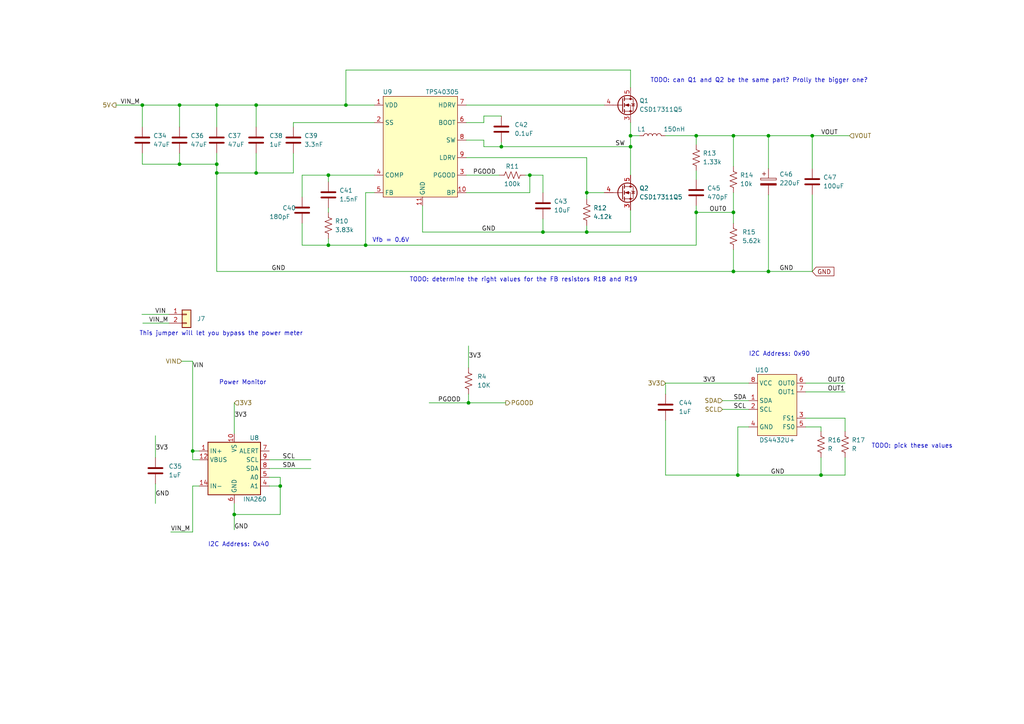
<source format=kicad_sch>
(kicad_sch (version 20211123) (generator eeschema)
  (paper "A4")
  (lib_symbols
    (symbol "Connector_Generic:Conn_01x02" (pin_names (offset 1.016) hide)
      (property "Reference" "J" (at 0 2.54 0))
      (property "Value" "Conn_01x02" (at 0 -5.08 0))
      (symbol "Conn_01x02_1_1"
        (rectangle (start -1.27 -2.413) (end 0 -2.667) (stroke (width 0.1524)))
        (rectangle (start -1.27 0.127) (end 0 -0.127) (stroke (width 0.1524)))
        (rectangle (start -1.27 1.27) (end 1.27 -3.81) (stroke (width 0.254)) (fill (type background)))
        (pin passive line (at -5.08 0 0) (length 3.81) (name "Pin_1") (number "1"))
        (pin passive line (at -5.08 -2.54 0) (length 3.81) (name "Pin_2") (number "2"))
      )
    )
    (symbol "Device:C" (pin_numbers hide) (pin_names (offset 0.254))
      (property "Reference" "C" (at 0.635 2.54 0))
      (property "Value" "C" (at 0.635 -2.54 0))
      (symbol "C_0_1"
        (polyline (pts (xy -2.032 -0.762) (xy 2.032 -0.762)) (stroke (width 0.508)))
        (polyline (pts (xy -2.032 0.762) (xy 2.032 0.762)) (stroke (width 0.508)))
      )
      (symbol "C_1_1"
        (pin passive line (at 0 3.81 270) (length 2.794) (name "~") (number "1"))
        (pin passive line (at 0 -3.81 90) (length 2.794) (name "~") (number "2"))
      )
    )
    (symbol "Device:C_Polarized" (pin_numbers hide) (pin_names (offset 0.254))
      (property "Reference" "C" (at 0.635 2.54 0))
      (property "Value" "C_Polarized" (at 0.635 -2.54 0))
      (symbol "C_Polarized_0_1"
        (rectangle (start -2.286 0.508) (end 2.286 1.016))
        (polyline (pts (xy -1.778 2.286) (xy -0.762 2.286)))
        (polyline (pts (xy -1.27 2.794) (xy -1.27 1.778)))
        (rectangle (start 2.286 -0.508) (end -2.286 -1.016) (fill (type outline)))
      )
      (symbol "C_Polarized_1_1"
        (pin passive line (at 0 3.81 270) (length 2.794) (name "~") (number "1"))
        (pin passive line (at 0 -3.81 90) (length 2.794) (name "~") (number "2"))
      )
    )
    (symbol "Device:L" (pin_numbers hide) (pin_names (offset 1.016) hide)
      (property "Reference" "L" (at -1.27 0 90))
      (property "Value" "L" (at 1.905 0 90))
      (symbol "L_0_1"
        (arc (start 0 -2.54) (mid 0.635 -1.905) (end 0 -1.27))
        (arc (start 0 -1.27) (mid 0.635 -0.635) (end 0 0))
        (arc (start 0 0) (mid 0.635 0.635) (end 0 1.27))
        (arc (start 0 1.27) (mid 0.635 1.905) (end 0 2.54))
      )
      (symbol "L_1_1"
        (pin passive line (at 0 3.81 270) (length 1.27) (name "1") (number "1"))
        (pin passive line (at 0 -3.81 90) (length 1.27) (name "2") (number "2"))
      )
    )
    (symbol "Device:R_US" (pin_numbers hide) (pin_names (offset 0))
      (property "Reference" "R" (at 2.54 0 90))
      (property "Value" "R_US" (at -2.54 0 90))
      (symbol "R_US_0_1"
        (polyline (pts (xy 0 -2.286) (xy 0 -2.54)))
        (polyline (pts (xy 0 2.286) (xy 0 2.54)))
        (polyline (pts (xy 0 -0.762) (xy 1.016 -1.143) (xy 0 -1.524) (xy -1.016 -1.905) (xy 0 -2.286)))
        (polyline (pts (xy 0 0.762) (xy 1.016 0.381) (xy 0 0) (xy -1.016 -0.381) (xy 0 -0.762)))
        (polyline (pts (xy 0 2.286) (xy 1.016 1.905) (xy 0 1.524) (xy -1.016 1.143) (xy 0 0.762)))
      )
      (symbol "R_US_1_1"
        (pin passive line (at 0 3.81 270) (length 1.27) (name "~") (number "1"))
        (pin passive line (at 0 -3.81 90) (length 1.27) (name "~") (number "2"))
      )
    )
    (symbol "Q_NMOS_CSD17311Q5_1" (pin_names (offset 0) hide)
      (property "Reference" "Q" (at 5.08 1.27 0))
      (property "Value" "Q_NMOS_CSD17311Q5_1" (at 5.08 -1.27 0))
      (symbol "Q_NMOS_CSD17311Q5_1_0_1"
        (polyline (pts (xy 0.254 0) (xy -2.54 0)))
        (polyline (pts (xy 0.254 1.905) (xy 0.254 -1.905)) (stroke (width 0.254)))
        (polyline (pts (xy 0.762 -1.27) (xy 0.762 -2.286)) (stroke (width 0.254)))
        (polyline (pts (xy 0.762 0.508) (xy 0.762 -0.508)) (stroke (width 0.254)))
        (polyline (pts (xy 0.762 2.286) (xy 0.762 1.27)) (stroke (width 0.254)))
        (polyline (pts (xy 2.54 2.54) (xy 2.54 1.778)))
        (polyline (pts (xy 2.54 -2.54) (xy 2.54 0) (xy 0.762 0)))
        (polyline (pts (xy 0.762 -1.778) (xy 3.302 -1.778) (xy 3.302 1.778) (xy 0.762 1.778)))
        (polyline (pts (xy 1.016 0) (xy 2.032 0.381) (xy 2.032 -0.381) (xy 1.016 0)) (fill (type outline)))
        (polyline (pts (xy 2.794 0.508) (xy 2.921 0.381) (xy 3.683 0.381) (xy 3.81 0.254)))
        (polyline (pts (xy 3.302 0.381) (xy 2.921 -0.254) (xy 3.683 -0.254) (xy 3.302 0.381)))
        (circle (center 1.651 0) (radius 2.794) (stroke (width 0.254)))
        (circle (center 2.54 -1.778) (radius 0.254) (fill (type outline)))
        (circle (center 2.54 1.778) (radius 0.254) (fill (type outline)))
      )
      (symbol "Q_NMOS_CSD17311Q5_1_1_1"
        (pin passive line (at 2.54 -5.08 90) (length 2.54) hide (name "") (number "1"))
        (pin passive line (at 2.54 -5.08 90) (length 2.54) hide (name "") (number "2"))
        (pin passive line (at 2.54 -5.08 90) (length 2.54) (name "S") (number "3"))
        (pin input line (at -5.08 0 0) (length 2.54) (name "G") (number "4"))
        (pin passive line (at 2.54 5.08 270) (length 2.54) (name "D") (number "5"))
      )
    )
    (symbol "Sensor:INA260"
      (property "Reference" "U" (at -6.35 8.89 0))
      (property "Value" "INA260" (at 2.54 8.89 0))
      (symbol "INA260_0_1"
        (rectangle (start -7.62 7.62) (end 7.62 -7.62) (stroke (width 0.254)) (fill (type background)))
      )
      (symbol "INA260_1_1"
        (pin passive line (at -10.16 5.08 0) (length 2.54) (name "IN+") (number "1"))
        (pin power_in line (at 0 10.16 270) (length 2.54) (name "VS") (number "10"))
        (pin passive line (at 0 -10.16 90) (length 2.54) hide (name "GND") (number "11"))
        (pin passive line (at -10.16 2.54 0) (length 2.54) (name "VBUS") (number "12"))
        (pin no_connect line (at 2.54 -7.62 90) (length 2.54) hide (name "NC") (number "13"))
        (pin passive line (at -10.16 -5.08 0) (length 2.54) (name "IN-") (number "14"))
        (pin passive line (at -10.16 -5.08 0) (length 2.54) hide (name "IN-") (number "15"))
        (pin passive line (at -10.16 -5.08 0) (length 2.54) hide (name "IN-") (number "16"))
        (pin passive line (at -10.16 5.08 0) (length 2.54) hide (name "IN+") (number "2"))
        (pin passive line (at -10.16 5.08 0) (length 2.54) hide (name "IN+") (number "3"))
        (pin input line (at 10.16 -5.08 180) (length 2.54) (name "A1") (number "4"))
        (pin input line (at 10.16 -2.54 180) (length 2.54) (name "A0") (number "5"))
        (pin power_in line (at 0 -10.16 90) (length 2.54) (name "GND") (number "6"))
        (pin open_collector line (at 10.16 5.08 180) (length 2.54) (name "ALERT") (number "7"))
        (pin bidirectional line (at 10.16 0 180) (length 2.54) (name "SDA") (number "8"))
        (pin input line (at 10.16 2.54 180) (length 2.54) (name "SCL") (number "9"))
      )
    )
    (symbol "TPS40305:DS4432U+"
      (property "Reference" "U" (at 3.81 10.16 0))
      (property "Value" "DS4432U+" (at -1.27 -10.16 0))
      (symbol "DS4432U+_0_1"
        (rectangle (start -6.35 8.89) (end 5.08 -8.89) (stroke (width 0.1524)) (fill (type background)))
      )
      (symbol "DS4432U+_1_1"
        (pin input line (at -8.89 1.27 0) (length 2.54) (name "SDA") (number "1"))
        (pin input line (at -8.89 -1.27 0) (length 2.54) (name "SCL") (number "2"))
        (pin input line (at 7.62 -3.81 180) (length 2.54) (name "FS1") (number "3"))
        (pin power_in line (at -8.89 -6.35 0) (length 2.54) (name "GND") (number "4"))
        (pin input line (at 7.62 -6.35 180) (length 2.54) (name "FS0") (number "5"))
        (pin output line (at 7.62 6.35 180) (length 2.54) (name "OUT0") (number "6"))
        (pin output line (at 7.62 3.81 180) (length 2.54) (name "OUT1") (number "7"))
        (pin power_in line (at -8.89 6.35 0) (length 2.54) (name "VCC") (number "8"))
      )
    )
    (symbol "TPS40305:TPS40305"
      (property "Reference" "U" (at 10.16 16.51 0))
      (property "Value" "TPS40305" (at -7.62 16.51 0))
      (symbol "TPS40305_0_1"
        (rectangle (start -11.43 15.24) (end 10.16 -13.97) (stroke (width 0.1524)) (fill (type background)))
      )
      (symbol "TPS40305_1_1"
        (pin input line (at -13.97 12.7 0) (length 2.54) (name "VDD") (number "1"))
        (pin input line (at 12.7 -12.7 180) (length 2.54) (name "BP") (number "10"))
        (pin input line (at 0 -16.51 90) (length 2.54) (name "GND") (number "11"))
        (pin input line (at -13.97 7.62 0) (length 2.54) (name "SS") (number "2"))
        (pin input line (at 12.7 -7.62 180) (length 2.54) (name "PGOOD") (number "3"))
        (pin input line (at -13.97 -7.62 0) (length 2.54) (name "COMP") (number "4"))
        (pin input line (at -13.97 -12.7 0) (length 2.54) (name "FB") (number "5"))
        (pin input line (at 12.7 7.62 180) (length 2.54) (name "BOOT") (number "6"))
        (pin input line (at 12.7 12.7 180) (length 2.54) (name "HDRV") (number "7"))
        (pin input line (at 12.7 2.54 180) (length 2.54) (name "SW") (number "8"))
        (pin input line (at 12.7 -2.54 180) (length 2.54) (name "LDRV") (number "9"))
      )
    )
  )
  (junction (at 135.89 116.84))
  (junction (at 62.865 50.165))
  (junction (at 201.93 61.595))
  (junction (at 62.865 47.625))
  (junction (at 238.125 137.795))
  (junction (at 153.67 50.8))
  (junction (at 213.995 137.795))
  (junction (at 41.275 30.48))
  (junction (at 145.415 42.545))
  (junction (at 182.88 42.545))
  (junction (at 212.725 78.74))
  (junction (at 95.25 50.8))
  (junction (at 182.88 39.37))
  (junction (at 170.18 55.88))
  (junction (at 222.885 78.74))
  (junction (at 212.725 39.37))
  (junction (at 52.07 47.625))
  (junction (at 74.295 30.48))
  (junction (at 100.33 30.48))
  (junction (at 106.045 71.12))
  (junction (at 67.945 149.225))
  (junction (at 52.07 30.48))
  (junction (at 222.885 39.37))
  (junction (at 212.725 61.595))
  (junction (at 81.28 140.97))
  (junction (at 157.48 67.31))
  (junction (at 62.865 30.48))
  (junction (at 74.295 50.165))
  (junction (at 235.585 39.37))
  (junction (at 55.88 130.81))
  (junction (at 201.93 39.37))
  (junction (at 95.25 71.12))
  (junction (at 170.18 67.31))
  (wire (pts (xy 245.11 137.795) (xy 238.125 137.795)))
  (wire (pts (xy 235.585 39.37) (xy 222.885 39.37)))
  (wire (pts (xy 193.04 111.125) (xy 217.17 111.125)))
  (wire (pts (xy 157.48 63.5) (xy 157.48 67.31)))
  (wire (pts (xy 41.275 30.48) (xy 52.07 30.48)))
  (wire (pts (xy 108.585 50.8) (xy 95.25 50.8)))
  (wire (pts (xy 182.88 35.56) (xy 182.88 39.37)))
  (wire (pts (xy 235.585 48.895) (xy 235.585 39.37)))
  (wire (pts (xy 170.18 55.88) (xy 175.26 55.88)))
  (wire (pts (xy 67.945 116.84) (xy 67.945 125.73)))
  (wire (pts (xy 95.25 60.325) (xy 95.25 61.595)))
  (wire (pts (xy 74.295 44.45) (xy 74.295 50.165)))
  (wire (pts (xy 212.725 55.88) (xy 212.725 61.595)))
  (wire (pts (xy 170.18 45.72) (xy 170.18 55.88)))
  (wire (pts (xy 55.88 130.81) (xy 55.88 104.775)))
  (wire (pts (xy 52.07 44.45) (xy 52.07 47.625)))
  (wire (pts (xy 170.18 67.31) (xy 170.18 65.405)))
  (wire (pts (xy 233.68 113.665) (xy 245.11 113.665)))
  (wire (pts (xy 85.09 44.45) (xy 85.09 50.165)))
  (wire (pts (xy 245.11 132.715) (xy 245.11 137.795)))
  (wire (pts (xy 182.88 20.32) (xy 100.33 20.32)))
  (wire (pts (xy 193.04 114.3) (xy 193.04 111.125)))
  (wire (pts (xy 201.93 39.37) (xy 201.93 41.91)))
  (wire (pts (xy 57.785 133.35) (xy 55.88 133.35)))
  (wire (pts (xy 52.07 47.625) (xy 62.865 47.625)))
  (wire (pts (xy 235.585 39.37) (xy 246.38 39.37)))
  (wire (pts (xy 55.88 140.97) (xy 55.88 154.305)))
  (wire (pts (xy 124.46 116.84) (xy 135.89 116.84)))
  (wire (pts (xy 87.63 71.12) (xy 87.63 64.77)))
  (wire (pts (xy 87.63 50.8) (xy 87.63 57.15)))
  (wire (pts (xy 49.53 154.305) (xy 55.88 154.305)))
  (wire (pts (xy 209.55 116.205) (xy 217.17 116.205)))
  (wire (pts (xy 62.865 50.165) (xy 74.295 50.165)))
  (wire (pts (xy 78.105 138.43) (xy 81.28 138.43)))
  (wire (pts (xy 122.555 67.31) (xy 157.48 67.31)))
  (wire (pts (xy 81.28 149.225) (xy 67.945 149.225)))
  (wire (pts (xy 213.995 123.825) (xy 217.17 123.825)))
  (wire (pts (xy 62.865 78.74) (xy 212.725 78.74)))
  (wire (pts (xy 201.93 49.53) (xy 201.93 52.07)))
  (wire (pts (xy 57.785 130.81) (xy 55.88 130.81)))
  (wire (pts (xy 74.295 30.48) (xy 74.295 36.83)))
  (wire (pts (xy 95.25 69.215) (xy 95.25 71.12)))
  (wire (pts (xy 233.68 121.285) (xy 245.11 121.285)))
  (wire (pts (xy 212.725 72.39) (xy 212.725 78.74)))
  (wire (pts (xy 41.402 93.726) (xy 49.022 93.726)))
  (wire (pts (xy 157.48 67.31) (xy 170.18 67.31)))
  (wire (pts (xy 238.125 132.715) (xy 238.125 137.795)))
  (wire (pts (xy 153.67 55.88) (xy 153.67 50.8)))
  (wire (pts (xy 222.885 39.37) (xy 222.885 48.895)))
  (wire (pts (xy 212.725 61.595) (xy 212.725 64.77)))
  (wire (pts (xy 140.335 40.64) (xy 140.335 42.545)))
  (wire (pts (xy 182.88 60.96) (xy 182.88 67.31)))
  (wire (pts (xy 81.28 138.43) (xy 81.28 140.97)))
  (wire (pts (xy 135.255 45.72) (xy 170.18 45.72)))
  (wire (pts (xy 135.255 40.64) (xy 140.335 40.64)))
  (wire (pts (xy 41.275 47.625) (xy 52.07 47.625)))
  (wire (pts (xy 233.68 111.125) (xy 245.11 111.125)))
  (wire (pts (xy 135.255 55.88) (xy 153.67 55.88)))
  (wire (pts (xy 41.275 36.83) (xy 41.275 30.48)))
  (wire (pts (xy 222.885 56.515) (xy 222.885 78.74)))
  (wire (pts (xy 62.865 30.48) (xy 62.865 36.83)))
  (wire (pts (xy 152.4 50.8) (xy 153.67 50.8)))
  (wire (pts (xy 52.07 30.48) (xy 62.865 30.48)))
  (wire (pts (xy 213.995 137.795) (xy 213.995 123.825)))
  (wire (pts (xy 45.085 140.335) (xy 45.085 146.05)))
  (wire (pts (xy 140.335 42.545) (xy 145.415 42.545)))
  (wire (pts (xy 222.885 39.37) (xy 212.725 39.37)))
  (wire (pts (xy 100.33 20.32) (xy 100.33 30.48)))
  (wire (pts (xy 182.88 67.31) (xy 170.18 67.31)))
  (wire (pts (xy 67.945 149.225) (xy 67.945 153.67)))
  (wire (pts (xy 233.68 123.825) (xy 238.125 123.825)))
  (wire (pts (xy 135.89 116.84) (xy 146.685 116.84)))
  (wire (pts (xy 170.18 55.88) (xy 170.18 57.785)))
  (wire (pts (xy 182.88 42.545) (xy 182.88 50.8)))
  (wire (pts (xy 95.25 71.12) (xy 87.63 71.12)))
  (wire (pts (xy 62.865 30.48) (xy 74.295 30.48)))
  (wire (pts (xy 222.885 78.74) (xy 235.585 78.74)))
  (wire (pts (xy 193.04 137.795) (xy 213.995 137.795)))
  (wire (pts (xy 78.105 140.97) (xy 81.28 140.97)))
  (wire (pts (xy 67.945 146.05) (xy 67.945 149.225)))
  (wire (pts (xy 135.255 50.8) (xy 144.78 50.8)))
  (wire (pts (xy 106.045 71.12) (xy 95.25 71.12)))
  (wire (pts (xy 157.48 50.8) (xy 157.48 55.88)))
  (wire (pts (xy 52.07 30.48) (xy 52.07 36.83)))
  (wire (pts (xy 135.89 114.3) (xy 135.89 116.84)))
  (wire (pts (xy 62.865 47.625) (xy 62.865 50.165)))
  (wire (pts (xy 145.415 42.545) (xy 182.88 42.545)))
  (wire (pts (xy 182.88 25.4) (xy 182.88 20.32)))
  (wire (pts (xy 62.865 50.165) (xy 62.865 78.74)))
  (wire (pts (xy 245.11 121.285) (xy 245.11 125.095)))
  (wire (pts (xy 41.275 44.45) (xy 41.275 47.625)))
  (wire (pts (xy 62.865 44.45) (xy 62.865 47.625)))
  (wire (pts (xy 122.555 59.69) (xy 122.555 67.31)))
  (wire (pts (xy 212.725 78.74) (xy 222.885 78.74)))
  (wire (pts (xy 193.04 39.37) (xy 201.93 39.37)))
  (wire (pts (xy 209.55 118.745) (xy 217.17 118.745)))
  (wire (pts (xy 108.585 55.88) (xy 106.045 55.88)))
  (wire (pts (xy 108.585 35.56) (xy 85.09 35.56)))
  (wire (pts (xy 57.785 140.97) (xy 55.88 140.97)))
  (wire (pts (xy 201.93 39.37) (xy 212.725 39.37)))
  (wire (pts (xy 153.67 50.8) (xy 157.48 50.8)))
  (wire (pts (xy 140.335 35.56) (xy 140.335 33.655)))
  (wire (pts (xy 201.93 59.69) (xy 201.93 61.595)))
  (wire (pts (xy 41.148 91.186) (xy 49.022 91.186)))
  (wire (pts (xy 235.585 56.515) (xy 235.585 78.74)))
  (wire (pts (xy 201.93 71.12) (xy 106.045 71.12)))
  (wire (pts (xy 95.25 50.8) (xy 87.63 50.8)))
  (wire (pts (xy 74.295 30.48) (xy 100.33 30.48)))
  (wire (pts (xy 140.335 33.655) (xy 145.415 33.655)))
  (wire (pts (xy 145.415 41.275) (xy 145.415 42.545)))
  (wire (pts (xy 45.085 126.365) (xy 45.085 132.715)))
  (wire (pts (xy 135.255 30.48) (xy 175.26 30.48)))
  (wire (pts (xy 55.88 133.35) (xy 55.88 130.81)))
  (wire (pts (xy 100.33 30.48) (xy 108.585 30.48)))
  (wire (pts (xy 85.09 35.56) (xy 85.09 36.83)))
  (wire (pts (xy 212.725 39.37) (xy 212.725 48.26)))
  (wire (pts (xy 182.88 39.37) (xy 185.42 39.37)))
  (wire (pts (xy 135.89 100.33) (xy 135.89 106.68)))
  (wire (pts (xy 238.125 123.825) (xy 238.125 125.095)))
  (wire (pts (xy 201.93 61.595) (xy 201.93 71.12)))
  (wire (pts (xy 135.255 35.56) (xy 140.335 35.56)))
  (wire (pts (xy 78.105 133.35) (xy 90.17 133.35)))
  (wire (pts (xy 81.28 140.97) (xy 81.28 149.225)))
  (wire (pts (xy 106.045 55.88) (xy 106.045 71.12)))
  (wire (pts (xy 182.88 39.37) (xy 182.88 42.545)))
  (wire (pts (xy 238.125 137.795) (xy 213.995 137.795)))
  (wire (pts (xy 193.04 121.92) (xy 193.04 137.795)))
  (wire (pts (xy 52.705 104.775) (xy 55.88 104.775)))
  (wire (pts (xy 33.655 30.48) (xy 41.275 30.48)))
  (wire (pts (xy 78.105 135.89) (xy 90.17 135.89)))
  (wire (pts (xy 74.295 50.165) (xy 85.09 50.165)))
  (wire (pts (xy 201.93 61.595) (xy 212.725 61.595)))
  (wire (pts (xy 95.25 50.8) (xy 95.25 52.705)))
  (text "I2C Address: 0x90" (at 217.17 103.505 0) (effects (font (size 1.27 1.27)) (justify left bottom)))
  (text "Power Monitor" (at 63.5 111.76 0) (effects (font (size 1.27 1.27)) (justify left bottom)))
  (text "TODO: determine the right values for the FB resistors R18 and R19" (at 118.745 81.915 0) (effects (font (size 1.27 1.27)) (justify left bottom)))
  (text "TODO: pick these values" (at 252.73 130.175 0) (effects (font (size 1.27 1.27)) (justify left bottom)))
  (text "I2C Address: 0x40" (at 60.325 158.75 0) (effects (font (size 1.27 1.27)) (justify left bottom)))
  (text "Vfb = 0.6V" (at 107.95 70.485 0) (effects (font (size 1.27 1.27)) (justify left bottom)))
  (text "TODO: can Q1 and Q2 be the same part? Prolly the bigger one?" (at 188.595 24.13 0) (effects (font (size 1.27 1.27)) (justify left bottom)))
  (text "This jumper will let you bypass the power meter" (at 40.386 97.536 0) (effects (font (size 1.27 1.27)) (justify left bottom)))
  (label "3V3" (at 203.835 111.125 0))
  (label "SDA" (at 212.725 116.205 0))
  (label "VIN_M" (at 34.925 30.48 0))
  (label "GND" (at 226.06 78.74 0))
  (label "VIN_M" (at 49.53 154.305 0))
  (label "GND" (at 78.74 78.74 0))
  (label "VIN" (at 44.958 91.186 0))
  (label "GND" (at 67.945 153.67 0))
  (label "3V3" (at 67.945 121.285 0))
  (label "PGOOD" (at 137.16 50.8 0))
  (label "GND" (at 45.085 144.145 0))
  (label "SCL" (at 81.915 133.35 0))
  (label "VOUT" (at 238.125 39.37 0))
  (label "3V3" (at 45.085 130.81 0))
  (label "OUT1" (at 240.03 113.665 0))
  (label "SCL" (at 212.725 118.745 0))
  (label "SDA" (at 81.915 135.89 0))
  (label "OUT0" (at 205.74 61.595 0))
  (label "OUT0" (at 240.03 111.125 0))
  (label "GND" (at 223.52 137.795 0))
  (label "VIN_M" (at 43.18 93.726 0))
  (label "3V3" (at 135.89 104.14 0))
  (label "PGOOD" (at 127 116.84 0))
  (label "SW" (at 178.435 42.545 0))
  (label "GND" (at 139.7 67.31 0))
  (label "VIN" (at 55.88 106.934 0))
  (global_label "GND" (shape input) (at 235.585 78.74 0) (property "Intersheet References" "${INTERSHEET_REFS}" (effects hide)))
  (hierarchical_label "SDA" (shape input) (at 209.55 116.205 180))
  (hierarchical_label "5V" (shape output) (at 33.655 30.48 180))
  (hierarchical_label "SCL" (shape input) (at 209.55 118.745 180))
  (hierarchical_label "3V3" (shape input) (at 67.945 116.84 0))
  (hierarchical_label "VOUT" (shape input) (at 246.38 39.37 0))
  (hierarchical_label "VIN" (shape input) (at 52.705 104.775 180))
  (hierarchical_label "3V3" (shape input) (at 193.04 111.125 180))
  (hierarchical_label "PGOOD" (shape output) (at 146.685 116.84 0))
  (symbol (lib_id "Device:C") (at 157.48 59.69 0) (unit 1)
    (property "Reference" "C43" (at 160.655 58.4199 0) (effects (justify left)))
    (property "Value" "10uF" (at 160.655 60.9599 0) (effects (justify left)))
    (property "Footprint" "Capacitor_SMD:C_0805_2012Metric" (effects hide))
    (property "DK" "1276-1096-1-ND" (effects hide))
  )
  (symbol (lib_id "Device:R_US") (at 212.725 52.07 0) (unit 1)
    (property "Reference" "R14" (at 214.63 50.7999 0) (effects (justify left)))
    (property "Value" "10k" (at 214.63 53.3399 0) (effects (justify left)))
    (property "Footprint" "Resistor_SMD:R_0402_1005Metric" (effects hide))
    (property "DK" "311-10KJRCT-ND" (effects hide))
  )
  (symbol (lib_id "Device:C") (at 62.865 40.64 0) (unit 1)
    (property "Reference" "C37" (at 66.04 39.3699 0) (effects (justify left)))
    (property "Value" "47uF" (at 66.04 41.9099 0) (effects (justify left)))
    (property "Footprint" "Capacitor_SMD:C_1210_3225Metric" (effects hide))
    (property "DK" "490-6539-1-ND" (effects hide))
    (property "PARTNO" "GRM32ER61C476KE15L" (effects hide))
  )
  (symbol (lib_id "Device:C_Polarized") (at 222.885 52.705 0) (unit 1)
    (property "Reference" "C46" (at 226.06 50.5459 0) (effects (justify left)))
    (property "Value" "220uF" (at 226.06 53.0859 0) (effects (justify left)))
    (property "Footprint" "TPS40305_supply:CAP_2R5TPE220MAFB" (effects hide))
    (property "Datasheet" "https://media.digikey.com/pdf/Data%20Sheets/Panasonic%20Capacitors%20PDFs/TPE_Series_POSCAP_Rev02_Oct_2017.pdf" (effects hide))
    (property "PARTNO" "2R5TPE220MAFB" (effects hide))
    (property "DK" "P16200CT-ND" (effects hide))
  )
  (symbol (lib_id "TPS40305:TPS40305") (at 122.555 43.18 0) (unit 1)
    (property "Reference" "U9" (at 112.395 26.67 0))
    (property "Value" "TPS40305" (at 128.27 26.67 0))
    (property "Footprint" "TPS40305_supply:TPS40305" (effects hide))
    (property "Datasheet" "https://www.ti.com/lit/ds/symlink/tps40303.pdf" (effects hide))
    (property "DK" "296-37445-1-ND" (effects hide))
    (property "PARTNO" "TPS40305DRCR" (effects hide))
  )
  (symbol (lib_id "Sensor:INA260") (at 67.945 135.89 0) (unit 1)
    (property "Reference" "U8" (at 72.39 127 0) (effects (justify left)))
    (property "Value" "INA260" (at 70.485 144.78 0) (effects (justify left)))
    (property "Footprint" "Package_SO:TSSOP-16_4.4x5mm_P0.65mm" (effects hide))
    (property "Datasheet" "http://www.ti.com/lit/ds/symlink/ina260.pdf" (effects hide))
    (property "PARTNO" "INA260AIPWR" (effects hide))
  )
  (symbol (lib_id "Device:C") (at 41.275 40.64 0) (unit 1)
    (property "Reference" "C34" (at 44.45 39.3699 0) (effects (justify left)))
    (property "Value" "47uF" (at 44.45 41.9099 0) (effects (justify left)))
    (property "Footprint" "Capacitor_SMD:C_1210_3225Metric" (effects hide))
    (property "DK" "490-6539-1-ND" (effects hide))
    (property "PARTNO" "GRM32ER61C476KE15L" (effects hide))
  )
  (symbol (lib_name "Q_NMOS_CSD17311Q5_1") (lib_id "TPS40305:Q_NMOS_CSD17311Q5") (at 180.34 55.88 0) (unit 1)
    (property "Reference" "Q2" (at 185.42 54.61 0) (effects (justify left)))
    (property "Value" "CSD17311Q5" (at 185.42 57.15 0) (effects (justify left)))
    (property "Footprint" "TPS40305_supply:CSD17311Q5" (effects hide))
    (property "Datasheet" "https://www.ti.com/lit/ds/symlink/csd17311q5.pdf" (effects hide))
    (property "DK" "296-27625-1-ND" (effects hide))
    (property "PARTNO" "CSD17311Q5" (effects hide))
  )
  (symbol (lib_id "Device:C") (at 85.09 40.64 0) (unit 1)
    (property "Reference" "C39" (at 88.265 39.3699 0) (effects (justify left)))
    (property "Value" "3.3nF" (at 88.265 41.9099 0) (effects (justify left)))
    (property "Footprint" "Capacitor_SMD:C_0402_1005Metric" (effects hide))
    (property "DK" "1276-1552-1-ND" (effects hide))
  )
  (symbol (lib_id "Device:C") (at 52.07 40.64 0) (unit 1)
    (property "Reference" "C36" (at 55.245 39.3699 0) (effects (justify left)))
    (property "Value" "47uF" (at 55.245 41.9099 0) (effects (justify left)))
    (property "Footprint" "Capacitor_SMD:C_1210_3225Metric" (effects hide))
    (property "DK" "490-6539-1-ND" (effects hide))
    (property "PARTNO" "GRM32ER61C476KE15L" (effects hide))
  )
  (symbol (lib_id "Device:C") (at 74.295 40.64 0) (unit 1)
    (property "Reference" "C38" (at 78.105 39.3699 0) (effects (justify left)))
    (property "Value" "1uF" (at 78.105 41.9099 0) (effects (justify left)))
    (property "Footprint" "Capacitor_SMD:C_0805_2012Metric" (effects hide))
    (property "DK" "1276-6471-1-ND" (effects hide))
  )
  (symbol (lib_id "TPS40305:DS4432U+") (at 226.06 117.475 0) (unit 1)
    (property "Reference" "U10" (at 220.98 107.315 0))
    (property "Value" "DS4432U+" (at 225.425 127.635 0))
    (property "Footprint" "Package_SO:TSSOP-8_3x3mm_P0.65mm" (effects hide))
    (property "Datasheet" "https://datasheets.maximintegrated.com/en/ds/DS4432.pdf" (effects hide))
    (property "DK" "DS4432U+-ND" (effects hide))
    (property "PARTNO" "DS4432U+" (effects hide))
  )
  (symbol (lib_id "Device:C") (at 235.585 52.705 0) (unit 1)
    (property "Reference" "C47" (at 238.76 51.4349 0) (effects (justify left)))
    (property "Value" "100uF" (at 238.76 53.9749 0) (effects (justify left)))
    (property "Footprint" "Capacitor_SMD:C_1206_3216Metric" (effects hide))
    (property "PARTNO" "C3216X5R0J107M160AB" (effects hide))
    (property "DK" "445-6008-1-ND" (effects hide))
  )
  (symbol (lib_id "Device:C") (at 95.25 56.515 0) (unit 1)
    (property "Reference" "C41" (at 98.425 55.2449 0) (effects (justify left)))
    (property "Value" "1.5nF" (at 98.425 57.7849 0) (effects (justify left)))
    (property "Footprint" "Capacitor_SMD:C_0805_2012Metric" (effects hide))
    (property "DK" "311-1128-1-ND" (effects hide))
  )
  (symbol (lib_id "Device:R_US") (at 212.725 68.58 0) (unit 1)
    (property "Reference" "R15" (at 215.265 67.3099 0) (effects (justify left)))
    (property "Value" "5.62k" (at 215.265 69.8499 0) (effects (justify left)))
    (property "Footprint" "Resistor_SMD:R_0402_1005Metric" (effects hide))
    (property "DK" "RMCF0402FT5K62CT-ND" (effects hide))
  )
  (symbol (lib_id "Device:R_US") (at 148.59 50.8 90) (unit 1)
    (property "Reference" "R11" (at 148.59 48.26 90))
    (property "Value" "100k" (at 148.59 53.34 90))
    (property "Footprint" "Resistor_SMD:R_0402_1005Metric" (effects hide))
    (property "DK" "311-100KJRCT-ND" (effects hide))
  )
  (symbol (lib_id "Device:C") (at 145.415 37.465 0) (unit 1)
    (property "Reference" "C42" (at 149.225 36.1949 0) (effects (justify left)))
    (property "Value" "0.1uF" (at 149.225 38.7349 0) (effects (justify left)))
    (property "Footprint" "Capacitor_SMD:C_0402_1005Metric" (effects hide))
    (property "DK" "1292-1639-1-ND" (effects hide))
  )
  (symbol (lib_id "Connector_Generic:Conn_01x02") (at 54.102 91.186 0) (unit 1)
    (property "Reference" "J7" (at 57.15 92.4559 0) (effects (justify left)))
    (property "Value" "Conn_01x02" (effects hide))
    (property "Footprint" "Connector_PinHeader_2.54mm:PinHeader_1x02_P2.54mm_Vertical" (effects hide))
  )
  (symbol (lib_id "Device:R_US") (at 238.125 128.905 0) (unit 1)
    (property "Reference" "R16" (at 240.03 127.6349 0) (effects (justify left)))
    (property "Value" "R" (at 240.03 130.1749 0) (effects (justify left)))
    (property "Footprint" "Resistor_SMD:R_0402_1005Metric" (effects hide))
  )
  (symbol (lib_id "Device:C") (at 193.04 118.11 0) (unit 1)
    (property "Reference" "C44" (at 196.85 116.8399 0) (effects (justify left)))
    (property "Value" "1uF" (at 196.85 119.3799 0) (effects (justify left)))
    (property "Footprint" "Capacitor_SMD:C_0402_1005Metric" (effects hide))
    (property "DK" "587-5514-1-ND" (effects hide))
  )
  (symbol (lib_id "Device:R_US") (at 201.93 45.72 0) (unit 1)
    (property "Reference" "R13" (at 203.835 44.4499 0) (effects (justify left)))
    (property "Value" "1.33k" (at 203.835 46.9899 0) (effects (justify left)))
    (property "Footprint" "Resistor_SMD:R_0402_1005Metric" (effects hide))
    (property "DK" "311-1.33KLRCT-ND" (effects hide))
  )
  (symbol (lib_id "Device:R_US") (at 95.25 65.405 0) (unit 1)
    (property "Reference" "R10" (at 97.155 64.1349 0) (effects (justify left)))
    (property "Value" "3.83k" (at 97.155 66.6749 0) (effects (justify left)))
    (property "Footprint" "Resistor_SMD:R_0402_1005Metric" (effects hide))
    (property "DK" "311-3.83KLRCT-ND" (effects hide))
  )
  (symbol (lib_name "Q_NMOS_CSD17311Q5_1") (lib_id "TPS40305:Q_NMOS_CSD17311Q5") (at 180.34 30.48 0) (unit 1)
    (property "Reference" "Q1" (at 185.42 29.21 0) (effects (justify left)))
    (property "Value" "CSD17311Q5" (at 185.42 31.75 0) (effects (justify left)))
    (property "Footprint" "TPS40305_supply:CSD17311Q5" (effects hide))
    (property "Datasheet" "https://www.ti.com/lit/ds/symlink/csd17311q5.pdf" (effects hide))
    (property "DK" "296-27625-1-ND" (effects hide))
    (property "PARTNO" "CSD17311Q5" (effects hide))
  )
  (symbol (lib_id "Device:C") (at 201.93 55.88 0) (unit 1)
    (property "Reference" "C45" (at 205.105 54.6099 0) (effects (justify left)))
    (property "Value" "470pF" (at 205.105 57.1499 0) (effects (justify left)))
    (property "Footprint" "Capacitor_SMD:C_0805_2012Metric" (effects hide))
    (property "DK" "1292-1580-1-ND" (effects hide))
  )
  (symbol (lib_id "Device:L") (at 189.23 39.37 90) (unit 1)
    (property "Reference" "L1" (at 186.055 37.465 90))
    (property "Value" "150nH" (at 195.58 37.465 90))
    (property "Footprint" "TPS40305_supply:FP1005R1-R15-R" (effects hide))
    (property "Datasheet" "https://www.eaton.com/content/dam/eaton/products/electronic-components/resources/data-sheet/eaton-fp1005r-high-current-power-inductors-data-sheet.pdf" (effects hide))
    (property "PARTNO" "FP1005R1-R15-R" (effects hide))
    (property "DK" "513-1568-1-ND" (effects hide))
  )
  (symbol (lib_id "Device:R_US") (at 245.11 128.905 0) (unit 1)
    (property "Reference" "R17" (at 247.015 127.6349 0) (effects (justify left)))
    (property "Value" "R" (at 247.015 130.1749 0) (effects (justify left)))
    (property "Footprint" "Resistor_SMD:R_0402_1005Metric" (effects hide))
  )
  (symbol (lib_id "Device:R_US") (at 170.18 61.595 0) (unit 1)
    (property "Reference" "R12" (at 172.085 60.3249 0) (effects (justify left)))
    (property "Value" "4.12k" (at 172.085 62.8649 0) (effects (justify left)))
    (property "Footprint" "Resistor_SMD:R_0402_1005Metric" (effects hide))
    (property "DK" "RMCF0402FT4K12CT-ND" (effects hide))
  )
  (symbol (lib_id "Device:C") (at 45.085 136.525 0) (unit 1)
    (property "Reference" "C35" (at 48.895 135.2549 0) (effects (justify left)))
    (property "Value" "1uF" (at 48.895 137.7949 0) (effects (justify left)))
    (property "Footprint" "Capacitor_SMD:C_0402_1005Metric" (effects hide))
    (property "DK" "587-5514-1-ND" (effects hide))
  )
  (symbol (lib_id "Device:C") (at 87.63 60.96 0) (unit 1)
    (property "Reference" "C40" (at 81.915 60.325 0) (effects (justify left)))
    (property "Value" "180pF" (at 78.105 62.865 0) (effects (justify left)))
    (property "Footprint" "Capacitor_SMD:C_0805_2012Metric" (effects hide))
    (property "DK" "311-1114-1-ND" (effects hide))
  )
  (symbol (lib_id "Device:R_US") (at 135.89 110.49 0) (unit 1)
    (property "Reference" "R4" (at 138.43 109.2199 0) (effects (justify left)))
    (property "Value" "10K" (at 138.43 111.7599 0) (effects (justify left)))
    (property "Footprint" "Resistor_SMD:R_0402_1005Metric" (effects hide))
    (property "DK" "YAG1346CT-ND" (effects hide))
  )
)
</source>
